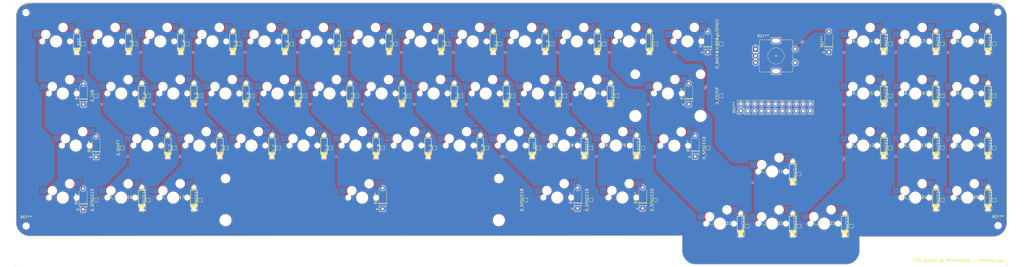
<source format=kicad_pcb>
(kicad_pcb (version 20221018) (generator pcbnew)
  (layers (0 "F.Cu" signal) (31 "B.Cu" signal) (34 "B.Paste" user) (35 "F.Paste" user) (36 "B.SilkS" user "B.Silkscreen") (37 "F.SilkS" user "F.Silkscreen") (38 "B.Mask" user) (39 "F.Mask" user) (44 "Edge.Cuts" user))
  (net 0 "")
  (net 1 "GND")
  (net 2 "VCC")
  (footprint "TestPoint:TestPoint_Pad_1.0x1.0mm" (layer "F.Cu") (at 167.87 238.12 90)
    (fp_text reference "D_SPACE16")
    (fp_text value "D")
  )
  (footprint "MX_Alps_Hybrid-master:hotswap with diode" (layer "F.Cu") (at 291.195 199.52)
    (fp_text reference "K_K")
    (fp_text value "KEYSW")
  )
  (footprint "Diode_THT:D_A-405_P7.62mm_Horizontal" (layer "F.Cu") (at 144.02 241.52 90)
    (fp_text reference "REF**")
    (fp_text value "D_A-405_P7.62mm_Horizontal")
  )
  (footprint "Diode_THT:D_A-405_P7.62mm_Horizontal" (layer "F.Cu") (at 148.78 222.41 90)
    (fp_text reference "REF**")
    (fp_text value "D_A-405_P7.62mm_Horizontal")
  )
  (footprint "TestPoint:TestPoint_Pad_1.0x1.0mm" (layer "F.Cu") (at 334.5575 180.97 90)
    (fp_text reference "D_P")
    (fp_text value "D")
  )
  (footprint "TestPoint:TestPoint_Pad_1.0x1.0mm" (layer "F.Cu") (at 386.945 247.645 90)
    (fp_text reference "D_SPACE21")
    (fp_text value "D")
  )
  (footprint "MX_Alps_Hybrid-master:hotswap with diode" (layer "F.Cu") (at 310.245 199.52)
    (fp_text reference "K_L")
    (fp_text value "KEYSW")
  )
  (footprint "TestPoint:TestPoint_Pad_1.0x1.0mm" (layer "F.Cu") (at 272.645 219.07 90)
    (fp_text reference "D_N")
    (fp_text value "D")
  )
  (footprint "TestPoint:TestPoint_Pad_1.0x1.0mm" (layer "F.Cu") (at 310.745 219.07 90)
    (fp_text reference "D_DOT")
    (fp_text value "D")
  )
  (footprint "TestPoint:TestPoint_Pad_1.0x1.0mm" (layer "F.Cu") (at 329.795 219.07 90)
    (fp_text reference "D_SPACE8")
    (fp_text value "D")
  )
  (footprint "MX_Alps_Hybrid-master:hotswap with diode" (layer "F.Cu") (at 448.3575 180.47)
    (fp_text reference "K_SPACE2")
    (fp_text value "KEYSW")
  )
  (footprint "TestPoint:TestPoint_Pad_1.0x1.0mm" (layer "F.Cu") (at 205.97 200.02 90)
    (fp_text reference "D_D")
    (fp_text value "D")
  )
  (footprint "TestPoint:TestPoint_Pad_1.0x1.0mm" (layer "F.Cu") (at 239.3075 180.97 90)
    (fp_text reference "D_T")
    (fp_text value "D")
  )
  (footprint "MX_Alps_Hybrid-master:hotswap with diode" (layer "F.Cu") (at 429.3075 218.57)
    (fp_text reference "K_SPACE12")
    (fp_text value "KEYSW")
  )
  (footprint "MX_Alps_Hybrid-master:hotswap with diode" (layer "F.Cu") (at 153.0825 180.47)
    (fp_text reference "K_Q")
    (fp_text value "KEYSW")
  )
  (footprint "MX_Alps_Hybrid-master:hotswap with diode" (layer "F.Cu") (at 172.1325 180.47)
    (fp_text reference "K_W")
    (fp_text value "KEYSW")
  )
  (footprint "Diode_THT:D_A-405_P7.62mm_Horizontal" (layer "F.Cu") (at 348.73 241.16 90)
    (fp_text reference "REF**")
    (fp_text value "D_A-405_P7.62mm_Horizontal")
  )
  (footprint "TestPoint:TestPoint_Pad_1.0x1.0mm" (layer "F.Cu") (at 372.6575 219.07 90)
    (fp_text reference "D_SPACE10")
    (fp_text value "D")
  )
  (footprint "MX_Alps_Hybrid-master:MXOnly-1.75U-Hotswap" (layer "F.Cu") (at 141.35 218.2)
    (fp_text reference "K_SHIFT")
    (fp_text value "KEYSW")
  )
  (footprint "MX_Alps_Hybrid-master:hotswap with diode" (layer "F.Cu") (at 157.845 237.62)
    (fp_text reference "K_SPACE16")
    (fp_text value "KEYSW")
  )
  (footprint "MX_Alps_Hybrid-master:hotswap with diode" (layer "F.Cu") (at 176.895 199.52)
    (fp_text reference "K_S")
    (fp_text value "KEYSW")
  )
  (footprint "TestPoint:TestPoint_Pad_1.0x1.0mm" (layer "F.Cu") (at 458.3825 219.07 90)
    (fp_text reference "D_SPACE13")
    (fp_text value "D")
  )
  (footprint "MX_Alps_Hybrid-master:hotswap with diode" (layer "F.Cu") (at 467.4075 237.62)
    (fp_text reference "K_SPACE25")
    (fp_text value "KEYSW")
  )
  (footprint "MX_Alps_Hybrid-master:hotswap with diode" (layer "F.Cu") (at 467.4075 199.52)
    (fp_text reference "K_SPACE7")
    (fp_text value "KEYSW")
  )
  (footprint "TestPoint:TestPoint_Pad_1.0x1.0mm" (layer "F.Cu") (at 282.17 200.02 90)
    (fp_text reference "D_J")
    (fp_text value "D")
  )
  (footprint "MX_Alps_Hybrid-master:MXOnly-1.25U-Hotswap" (layer "F.Cu") (at 365.11 180.06)
    (fp_text reference "K_BACK&lt;BR&gt;SPACE")
    (fp_text value "KEYSW")
  )
  (footprint "MX_Alps_Hybrid-master:hotswap with diode" (layer "F.Cu") (at 229.2825 180.47)
    (fp_text reference "K_T")
    (fp_text value "KEYSW")
  )
  (footprint "TestPoint:TestPoint_Pad_1.0x1.0mm" (layer "F.Cu") (at 234.545 219.07 90)
    (fp_text reference "D_V")
    (fp_text value "D")
  )
  (footprint "TestPoint:TestPoint_Pad_1.0x1.0mm" (layer "F.Cu") (at 215.495 219.07 90)
    (fp_text reference "D_C")
    (fp_text value "D")
  )
  (footprint "MX_Alps_Hybrid-master:hotswap with diode" (layer "F.Cu") (at 415.02 247.145)
    (fp_text reference "K_SPACE23")
    (fp_text value "KEYSW")
  )
  (footprint "TestPoint:TestPoint_Pad_1.0x1.0mm" (layer "F.Cu") (at 258.3575 180.97 90)
    (fp_text reference "D_Y")
    (fp_text value "D")
  )
  (footprint "TestPoint:TestPoint_Pad_1.0x1.0mm" (layer "F.Cu") (at 225.02 200.02 90)
    (fp_text reference "D_F")
    (fp_text value "D")
  )
  (footprint "TestPoint:TestPoint_Pad_1.0x1.0mm" (layer "F.Cu") (at 220.2575 180.97 90)
    (fp_text reference "D_R")
    (fp_text value "D")
  )
  (footprint "TestPoint:TestPoint_Pad_1.0x1.0mm" (layer "F.Cu") (at 377.42 200.02 90)
    (fp_text reference "D_ENTER")
    (fp_text value "D")
  )
  (footprint "TestPoint:TestPoint_Pad_1.0x1.0mm" (layer "F.Cu") (at 177.395 219.07 90)
    (fp_text reference "D_Z")
    (fp_text value "D")
  )
  (footprint "MX_Alps_Hybrid-master:hotswap with diode" (layer "F.Cu") (at 176.895 237.62)
    (fp_text reference "K_SPACE17")
    (fp_text value "KEYSW")
  )
  (footprint "MX_Alps_Hybrid-master:hotswap with diode" (layer "F.Cu") (at 343.5825 180.47)
    (fp_text reference "K_SPACE")
    (fp_text value "KEYSW")
  )
  (footprint "TestPoint:TestPoint_Pad_1.0x1.0mm" (layer "F.Cu") (at 477.4325 200.02 90)
    (fp_text reference "D_SPACE7")
    (fp_text value "D")
  )
  (footprint "MountingHole:MountingHole_2.2mm_M2" (layer "F.Cu") (at 478.77 247.48)
    (fp_text reference "REF**")
    (fp_text value "MountingHole_2.2mm_M2")
  )
  (footprint "TestPoint:TestPoint_Pad_1.0x1.0mm" (layer "F.Cu") (at 158.345 219.07 90)
    (fp_text reference "D_SHIFT")
    (fp_text value "D")
  )
  (footprint "MX_Alps_Hybrid-master:hotswap with diode" (layer "F.Cu") (at 262.62 218.57)
    (fp_text reference "K_N")
    (fp_text value "KEYSW")
  )
  (footprint "MX_Alps_Hybrid-master:MXOnly-1.25U-Hotswap" (layer "F.Cu") (at 360.29 218.25)
    (fp_text reference "K_SPACE10")
    (fp_text value "KEYSW")
  )
  (footprint "MX_Alps_Hybrid-master:hotswap with diode" (layer "F.Cu") (at 286.4325 180.47)
    (fp_text reference "K_I")
    (fp_text value "KEYSW")
  )
  (footprint "TestPoint:TestPoint_Pad_1.0x1.0mm" (layer "F.Cu") (at 315.5075 180.97 90)
    (fp_text reference "D_O")
    (fp_text value "D")
  )
  (footprint "MX_Alps_Hybrid-master:MXOnly-1.25U-Hotswap" (layer "F.Cu") (at 136.5875 199.15)
    (fp_text reference "K_TAB")
    (fp_text value "KEYSW")
  )
  (footprint "TestPoint:TestPoint_Pad_1.0x1.0mm" (layer "F.Cu") (at 163.1075 180.97 90)
    (fp_text reference "D_Q")
    (fp_text value "D")
  )
  (footprint "MX_Alps_Hybrid-master:hotswap with diode" (layer "F.Cu") (at 329.295 199.52)
    (fp_text reference "K_SPACE4")
    (fp_text value "KEYSW")
  )
  (footprint "TestPoint:TestPoint_Pad_1.0x1.0mm" (layer "F.Cu") (at 253.595 219.07 90)
    (fp_text reference "D_B")
    (fp_text value "D")
  )
  (footprint "MX_Alps_Hybrid-master:hotswap with diode" (layer "F.Cu") (at 395.97 228.095)
    (fp_text reference "K_SPACE11")
    (fp_text value "KEYSW")
  )
  (footprint "MX_Alps_Hybrid-master:MXOnly-6.25U-Hotswap" (layer "F.Cu") (at 246.125 237.25)
    (fp_text reference "K_SPACE18")
    (fp_text value "KEYSW")
  )
  (footprint "MountingHole:MountingHole_2.2mm_M2" (layer "F.Cu") (at 123.18 247.61)
    (fp_text reference "REF**")
    (fp_text value "MountingHole_2.2mm_M2")
  )
  (footprint "TestPoint:TestPoint_Pad_1.0x1.0mm" (layer "F.Cu") (at 477.4325 219.07 90)
    (fp_text reference "D_SPACE14")
    (fp_text value "D")
  )
  (footprint "MX_Alps_Hybrid-master:hotswap with diode" (layer "F.Cu") (at 338.82 218.57)
    (fp_text reference "K_SPACE9")
    (fp_text value "KEYSW")
  )
  (footprint "MX_Alps_Hybrid-master:hotswap with diode" (layer "F.Cu") (at 214.995 199.52)
    (fp_text reference "K_F")
    (fp_text value "KEYSW")
  )
  (footprint "MX_Alps_Hybrid-master:MXOnly-2U-Hotswap" (layer "F.Cu") (at 357.96625 199.11)
    (fp_text reference "K_ENTER")
    (fp_text value "KEYSW")
  )
  (footprint "Diode_THT:D_A-405_P7.62mm_Horizontal" (layer "F.Cu") (at 324.93 241.2 90)
    (fp_text reference "REF**")
    (fp_text value "D_A-405_P7.62mm_Horizontal")
  )
  (footprint "TestPoint:TestPoint_Pad_1.0x1.0mm" (layer "F.Cu") (at 320.27 200.02 90)
    (fp_text reference "D_L")
    (fp_text value "D")
  )
  (footprint "MX_Alps_Hybrid-master:hotswap with diode" (layer "F.Cu") (at 429.3075 180.47)
    (fp_text reference "K_SPACE1")
    (fp_text value "KEYSW")
  )
  (footprint "MX_Alps_Hybrid-master:hotswap with diode" (layer "F.Cu") (at 448.3575 218.57)
    (fp_text reference "K_SPACE13")
    (fp_text value "KEYSW")
  )
  (footprint "MX_Alps_Hybrid-master:hotswap with diode" (layer "F.Cu") (at 300.72 218.57)
    (fp_text reference "K_DOT")
    (fp_text value "KEYSW")
  )
  (footprint "TestPoint:TestPoint_Pad_1.0x1.0mm" (layer "F.Cu") (at 477.4325 238.12 90)
    (fp_text reference "D_SPACE25")
    (fp_text value "D")
  )
  (footprint "MX_Alps_Hybrid-master:hotswap with diode" (layer "F.Cu") (at 272.145 199.52)
    (fp_text reference "K_J")
    (fp_text value "KEYSW")
  )
  (footprint "MX_Alps_Hybrid-master:hotswap with diode" (layer "F.Cu") (at 186.42 218.57)
    (fp_text reference "K_X")
    (fp_text value "KEYSW")
  )
  (footprint "MX_Alps_Hybrid-master:hotswap with diode" (layer "F.Cu") (at 224.52 218.57)
    (fp_text reference "K_V")
    (fp_text value "KEYSW")
  )
  (footprint "Rotary_Encoder:RotaryEncoder_Alps_EC11E-Switch_Vertical_H20mm" (layer "F.Cu") (at 390.02 182.89)
    (fp_text reference "REF**")
    (fp_text value "RotaryEncoder_Alps_EC11E-Switch_Vertical_H20mm")
  )
  (footprint "MX_Alps_Hybrid-master:hotswap with diode" (layer "F.Cu") (at 210.2325 180.47)
    (fp_text reference "K_R")
    (fp_text value "KEYSW")
  )
  (footprint "Diode_THT:D_A-405_P7.62mm_Horizontal" (layer "F.Cu") (at 144.14 203.15 90)
    (fp_text reference "REF**")
    (fp_text value "D_A-405_P7.62mm_Horizontal")
  )
  (footprint "TestPoint:TestPoint_Pad_1.0x1.0mm" (layer "F.Cu") (at 458.3825 238.12 90)
    (fp_text reference "D_SPACE24")
    (fp_text value "D")
  )
  (footprint "MX_Alps_Hybrid-master:hotswap with diode" (layer "F.Cu") (at 248.3325 180.47)
    (fp_text reference "K_Y")
    (fp_text value "KEYSW")
  )
  (footprint "TestPoint:TestPoint_Pad_1.0x1.0mm" (layer "F.Cu") (at 196.445 219.07 90)
    (fp_text reference "D_X")
    (fp_text value "D")
  )
  (footprint "TestPoint:TestPoint_Pad_1.0x1.0mm" (layer "F.Cu") (at 329.795 238.12 90)
    (fp_text reference "D_SPACE19")
    (fp_text value "D")
  )
  (footprint "Diode_THT:D_A-405_P7.62mm_Horizontal" (layer "F.Cu") (at 365.58 203.07 90)
    (fp_text reference "REF**")
    (fp_text value "D_A-405_P7.62mm_Horizontal")
  )
  (footprint "MX_Alps_Hybrid-master:MXOnly-1.25U-Hotswap" (layer "F.Cu") (at 317.485 237.21)
    (fp_text reference "K_SPACE19")
    (fp_text value "KEYSW")
  )
  (footprint "TestPoint:TestPoint_Pad_1.0x1.0mm" (layer "F.Cu") (at 148.82 200.02 90)
    (fp_text reference "D_TAB")
    (fp_text value "D")
  )
  (footprint "TestPoint:TestPoint_Pad_1.0x1.0mm" (layer "F.Cu") (at 144.0575 180.97 90)
    (fp_text reference "D_ESC")
    (fp_text value "D")
  )
  (footprint "MX_Alps_Hybrid-master:hotswap with diode" (layer "F.Cu") (at 448.3575 199.52)
    (fp_text reference "K_SPACE6")
    (fp_text value "KEYSW")
  )
  (footprint "MX_Alps_Hybrid-master:hotswap with diode" (layer "F.Cu") (at 305.4825 180.47)
    (fp_text reference "K_O")
    (fp_text value "KEYSW")
  )
  (footprint "TestPoint:TestPoint_Pad_1.0x1.0mm" (layer "F.Cu") (at 439.3325 200.02 90)
    (fp_text reference "D_SPACE5")
    (fp_text value "D")
  )
  (footprint "Diode_THT:D_A-405_P7.62mm_Horizontal" (layer "F.Cu") (at 367.94 222.2 90)
    (fp_text reference "REF**")
    (fp_text value "D_A-405_P7.62mm_Horizontal")
  )
  (footprint "TestPoint:TestPoint_Pad_1.0x1.0mm" (layer "F.Cu") (at 301.22 200.02 90)
    (fp_text reference "D_K")
    (fp_text value "D")
  )
  (footprint "Connector_PinHeader_2.54mm:PinHeader_2x11_P2.54mm_Vertical" (layer "F.Cu") (at 384.61 205.5 90)
    (fp_text reference "REF**")
    (fp_text value "PinHeader_2x11_P2.54mm_Vertical")
  )
  (footprint "MX_Alps_Hybrid-master:hotswap with diode" (layer "F.Cu") (at 324.5325 180.47)
    (fp_text reference "K_P")
    (fp_text value "KEYSW")
  )
  (footprint "MX_Alps_Hybrid-master:hotswap with diode" (layer "F.Cu") (at 467.4075 218.57)
    (fp_text reference "K_SPACE14")
    (fp_text value "KEYSW")
  )
  (footprint "MountingHole:MountingHole_2.2mm_M2" (layer "F.Cu") (at 478.69 169.43)
    (fp_text reference "REF**")
    (fp_text value "MountingHole_2.2mm_M2")
  )
  (footprint "TestPoint:TestPoint_Pad_1.0x1.0mm" (layer "F.Cu") (at 477.4325 180.97 90)
    (fp_text reference "D_SPACE3")
    (fp_text value "D")
  )
  (footprint "MX_Alps_Hybrid-master:hotswap with diode" (layer "F.Cu") (at 395.97 247.145)
    (fp_text reference "K_SPACE22")
    (fp_text value "KEYSW")
  )
  (footprint "TestPoint:TestPoint_Pad_1.0x1.0mm" (layer "F.Cu") (at 405.995 247.645 90)
    (fp_text reference "D_SPACE22")
    (fp_text value "D")
  )
  (footprint "TestPoint:TestPoint_Pad_1.0x1.0mm" (layer "F.Cu") (at 439.3325 180.97 90)
    (fp_text reference "D_SPACE1")
    (fp_text value "D")
  )
  (footprint "MX_Alps_Hybrid-master:hotswap with diode" (layer "F.Cu") (at 376.92 247.145)
    (fp_text reference "K_SPACE21")
    (fp_text value "KEYSW")
  )
  (footprint "TestPoint:TestPoint_Pad_1.0x1.0mm" (layer "F.Cu") (at 148.82 238.12 90)
    (fp_text reference "D_SPACE15")
    (fp_text value "D")
  )
  (footprint "TestPoint:TestPoint_Pad_1.0x1.0mm" (layer "F.Cu") (at 339.32 200.02 90)
    (fp_text reference "D_SPACE4")
    (fp_text value "D")
  )
  (footprint "TestPoint:TestPoint_Pad_1.0x1.0mm" (layer "F.Cu") (at 263.12 200.02 90)
    (fp_text reference "D_H")
    (fp_text value "D")
  )
  (footprint "TestPoint:TestPoint_Pad_1.0x1.0mm" (layer "F.Cu") (at 425.045 247.645 90)
    (fp_text reference "D_SPACE23")
    (fp_text value "D")
  )
  (footprint "MX_Alps_Hybrid-master:hotswap with diode" (layer "F.Cu") (at 319.77 218.57)
    (fp_text reference "K_SPACE8")
    (fp_text value "KEYSW")
  )
  (footprint "MX_Alps_Hybrid-master:hotswap with diode" (layer "F.Cu") (at 467.4075 180.47)
    (fp_text reference "K_SPACE3")
    (fp_text value "KEYSW")
  )
  (footprint "TestPoint:TestPoint_Pad_1.0x1.0mm" (layer "F.Cu") (at 439.3325 219.07 90)
    (fp_text reference "D_SPACE12")
    (fp_text value "D")
  )
  (footprint "TestPoint:TestPoint_Pad_1.0x1.0mm" (layer "F.Cu") (at 353.6075 238.12 90)
    (fp_text reference "D_SPACE20")
    (fp_text value "D")
  )
  (footprint "MX_Alps_Hybrid-master:hotswap with diode" (layer "F.Cu") (at 234.045 199.52)
    (fp_text reference "K_G")
    (fp_text value "KEYSW")
  )
  (footprint "TestPoint:TestPoint_Pad_1.0x1.0mm" (layer "F.Cu") (at 377.42 180.97 90)
    (fp_text reference "D_BACK&lt;BR&gt;SPACE")
    (fp_text value "D")
  )
  (footprint "MX_Alps_Hybrid-master:hotswap with diode" (layer "F.Cu") (at 243.57 218.57)
    (fp_text reference "K_B")
    (fp_text value "KEYSW")
  )
  (footprint "MountingHole:MountingHole_2.2mm_M2" (layer "F.Cu") (at 123.1 169.56)
    (fp_text reference "REF**")
    (fp_text value "MountingHole_2.2mm_M2")
  )
  (footprint "MX_Alps_Hybrid-master:hotswap with diode" (layer "F.Cu") (at 167.37 218.57)
    (fp_text reference "K_Z")
    (fp_text value "KEYSW")
  )
  (footprint "TestPoint:TestPoint_Pad_1.0x1.0mm" (layer "F.Cu") (at 201.2075 180.97 90)
    (fp_text reference "D_E")
    (fp_text value "D")
  )
  (footprint "MX_Alps_Hybrid-master:hotswap with diode" (layer "F.Cu") (at 191.1825 180.47)
    (fp_text reference "K_E")
    (fp_text value "KEYSW")
  )
  (footprint "TestPoint:TestPoint_Pad_1.0x1.0mm" (layer "F.Cu") (at 277.4075 180.97 90)
    (fp_text reference "D_U")
    (fp_text value "D")
  )
  (footprint "MX_Alps_Hybrid-master:hotswap with diode" (layer "F.Cu") (at 205.47 218.57)
    (fp_text reference "K_C")
    (fp_text value "KEYSW")
  )
  (footprint "MX_Alps_Hybrid-master:hotswap with diode" (layer "F.Cu") (at 253.095 199.52)
    (fp_text reference "K_H")
    (fp_text value "KEYSW")
  )
  (footprint "MX_Alps_Hybrid-master:hotswap with diode" (layer "F.Cu") (at 134.0325 180.47)
    (fp_text reference "K_ESC")
    (fp_text value "KEYSW")
  )
  (footprint "MX_Alps_Hybrid-master:hotswap with diode" (layer "F.Cu") (at 429.3075 199.52)
    (fp_text reference "K_SPACE5")
    (fp_text value "KEYSW")
  )
  (footprint "TestPoint:TestPoint_Pad_1.0x1.0mm" (layer "F.Cu") (at 458.3825 180.97 90)
    (fp_text reference "D_SPACE2")
    (fp_text value "D")
  )
  (footprint "MX_Alps_Hybrid-master:hotswap with diode" (layer "F.Cu") (at 281.67 218.57)
    (fp_text reference "K_M")
    (fp_text value "KEYSW")
  )
  (footprint "MX_Alps_Hybrid-master:MXOnly-1.25U-Hotswap" (layer "F.Cu") (at 341.2975 237.21)
    (fp_text reference "K_SPACE20")
    (fp_text value "KEYSW")
  )
  (footprint "TestPoint:TestPoint_Pad_1.0x1.0mm" (layer "F.Cu") (at 186.92 200.02 90)
    (fp_text reference "D_S")
    (fp_text value "D")
  )
  (footprint "Diode_THT:D_A-405_P7.62mm_Horizontal" (layer "F.Cu") (at 253.59 241.34 90)
    (fp_text reference "REF**")
    (fp_text value "D_A-405_P7.62mm_Horizontal")
  )
  (footprint "MX_Alps_Hybrid-master:hotswap with diode" (layer "F.Cu") (at 157.845 199.52)
    (fp_text reference "K_A")
    (fp_text value "KEYSW")
  )
  (footprint "TestPoint:TestPoint_Pad_1.0x1.0mm" (layer "F.Cu") (at 296.4575 180.97 90)
    (fp_text reference "D_I")
    (fp_text value "D")
  )
  (footprint "Diode_THT:D_A-405_P7.62mm_Horizontal" (layer "F.Cu") (at 416.85 184.01 90)
    (fp_text reference "REF**")
    (fp_text value "D_A-405_P7.62mm_Horizontal")
  )
  (footprint "MX_Alps_Hybrid-master:hotswap with diode" (layer "F.Cu") (at 195.945 199.52)
    (fp_text reference "K_D")
    (fp_text value "KEYSW")
  )
  (footprint "TestPoint:TestPoint_Pad_1.0x1.0mm" (layer "F.Cu") (at 291.695 219.07 90)
    (fp_text reference "D_M")
    (fp_text value "D")
  )
  (footprint "TestPoint:TestPoint_Pad_1.0x1.0mm" (layer "F.Cu") (at 167.87 200.02 90)
    (fp_text reference "D_A")
    (fp_text value "D")
  )
  (footprint "TestPoint:TestPoint_Pad_1.0x1.0mm" (layer "F.Cu") (at 244.07 200.02 90)
    (fp_text reference "D_G")
    (fp_text value "D")
  )
  (footprint "TestPoint:TestPoint_Pad_1.0x1.0mm" (layer "F.Cu") (at 186.92 238.12 90)
    (fp_text reference "D_SPACE17")
    (fp_text value "D")
  )
  (footprint "TestPoint:TestPoint_Pad_1.0x1.0mm" (layer "F.Cu") (at 348.845 219.07 90)
    (fp_text reference "D_SPACE9")
    (fp_text value "D")
  )
  (footprint "MX_Alps_Hybrid-master:MXOnly-1.25U-Hotswap" (layer "F.Cu") (at 136.5875 237.25)
    (fp_text reference "K_SPACE15")
    (fp_text value "KEYSW")
  )
  (footprint "MX_Alps_Hybrid-master:hotswap with diode" (layer "F.Cu") (at 267.3825 180.47)
    (fp_text reference "K_U")
    (fp_text value "KEYSW")
  )
  (footprint "TestPoint:TestPoint_Pad_1.0x1.0mm" (layer "F.Cu") (at 405.995 228.595 90)
    (fp_text reference "D_SPACE11")
    (fp_text value "D")
  )
  (footprint "TestPoint:TestPoint_Pad_1.0x1.0mm" (layer "F.Cu") (at 353.6075 180.97 90)
    (fp_text reference "D_SPACE")
    (fp_text value "D")
  )
  (footprint "Diode_THT:D_A-405_P7.62mm_Horizontal" (layer "F.Cu") (at 372.54 184.03 90)
    (fp_text reference "REF**")
    (fp_text value "D_A-405_P7.62mm_Horizontal")
  )
  (footprint "TestPoint:TestPoint_Pad_1.0x1.0mm" (layer "F.Cu") (at 182.1575 180.97 90)
    (fp_text reference "D_W")
    (fp_text value "D")
  )
  (footprint "TestPoint:TestPoint_Pad_1.0x1.0mm" (layer "F.Cu") (at 458.3825 200.02 90)
    (fp_text reference "D_SPACE6")
    (fp_text value "D")
  )
  (footprint "MX_Alps_Hybrid-master:hotswap with diode" (layer "F.Cu") (at 448.3575 237.62)
    (fp_text reference "K_SPACE24")
    (fp_text value "KEYSW")
  )
  (footprint "TestPoint:TestPoint_Pad_1.0x1.0mm" (layer "F.Cu") (at 305.9825 238.12 90)
    (fp_text reference "D_SPACE18")
    (fp_text value "D")
  )
  (gr_arc (start 481.939562 246.500491) (mid 480.475579 250.03598) (end 476.940491 251.500928) (stroke (width 0.2)) (layer "Edge.Cuts"))
  (gr_line (start 119.50044 246.316482) (end 119.507061 170.944561) (stroke (width 0.2)) (layer "Edge.Cuts"))
  (gr_arc (start 124.503518 251.31692) (mid 120.965806 249.853403) (end 119.50044 246.316482) (stroke (width 0.2)) (layer "Edge.Cuts"))
  (gr_arc (start 428.095075 256.66585) (mid 426.632632 260.204303) (end 423.095847 261.670771) (stroke (width 0.2)) (layer "Edge.Cuts"))
  (gr_line (start 428.095075 256.66585) (end 428.09 251.51) (stroke (width 0.2)) (layer "Edge.Cuts"))
  (gr_arc (start 119.5075 165.945) (mid 119.5075 165.945) (end 119.5075 165.945) (stroke (width 0.2)) (layer "Edge.Cuts"))
  (gr_arc (start 119.5075 261.67) (mid 119.5075 261.67) (end 119.5075 261.67) (stroke (width 0.2)) (layer "Edge.Cuts"))
  (gr_arc (start 476.932938 165.945) (mid 480.468292 167.409325) (end 481.932938 170.944562) (stroke (width 0.2)) (layer "Edge.Cuts"))
  (gr_line (start 481.932938 170.944562) (end 481.939562 246.500491) (stroke (width 0.2)) (layer "Edge.Cuts"))
  (gr_line (start 124.507061 165.945) (end 476.932938 165.945) (stroke (width 0.2)) (layer "Edge.Cuts"))
  (gr_line (start 423.095847 261.670771) (end 368.19077 261.67923) (stroke (width 0.2)) (layer "Edge.Cuts"))
  (gr_arc (start 119.507061 170.944561) (mid 120.971682 167.409311) (end 124.507061 165.945) (stroke (width 0.2)) (layer "Edge.Cuts"))
  (gr_line (start 124.503518 251.31692) (end 363.19 251.17) (stroke (width 0.2)) (layer "Edge.Cuts"))
  (gr_line (start 363.19 251.17) (end 363.19 256.67923) (stroke (width 0.2)) (layer "Edge.Cuts"))
  (gr_arc (start 481.9325 261.67) (mid 481.9325 261.67) (end 481.9325 261.67) (stroke (width 0.2)) (layer "Edge.Cuts"))
  (gr_arc (start 368.19077 261.67923) (mid 364.654738 260.215036) (end 363.19 256.67923) (stroke (width 0.2)) (layer "Edge.Cuts"))
  (gr_line (start 428.09 251.51) (end 476.940491 251.500928) (stroke (width 0.2)) (layer "Edge.Cuts"))
  (gr_text "PCB Builder by MisterKeebs - mrkeebs.com" (at 481.4325 260.17) (layer "F.SilkS") (effects (font (size 1 1) (thickness 0.3)) (justify right)))
  (segment (start 392.18 176.37) (end 402.73 176.37) (width 0.2) (layer "F.Cu") (net 0))
  (segment (start 144.22 203.07) (end 144.14 203.15) (width 0.2) (layer "F.Cu") (net 0))
  (segment (start 381.63 184.03) (end 390.06 175.6) (width 0.25) (layer "F.Cu") (net 0))
  (segment (start 165.465 241.27) (end 144.27 241.27) (width 0.25) (layer "F.Cu") (net 0))
  (segment (start 475.0275 241.27) (end 455.9775 241.27) (width 0.25) (layer "F.Cu") (net 0))
  (segment (start 425.835 250.795) (end 435.36 241.27) (width 0.25) (layer "F.Cu") (net 0))
  (segment (start 414.74 184.12) (end 436.9275 184.12) (width 0.25) (layer "F.Cu") (net 0))
  (segment (start 378.41 190.24) (end 378.41 190.14) (width 0.2) (layer "F.Cu") (net 0))
  (segment (start 148.97 222.22) (end 148.78 222.41) (width 0.25) (layer "F.Cu") (net 0))
  (segment (start 414.11 188.46) (end 414.11 200.09) (width 0.2) (layer "F.Cu") (net 0))
  (segment (start 403.59 231.745) (end 413.585 231.745) (width 0.25) (layer "F.Cu") (net 0))
  (segment (start 414.11 200.09) (end 417.19 203.17) (width 0.2) (layer "F.Cu") (net 0))
  (segment (start 365.58 203.07) (end 378.41 190.24) (width 0.2) (layer "F.Cu") (net 0))
  (segment (start 365.58 203.07) (end 144.22 203.07) (width 0.2) (layer "F.Cu") (net 0))
  (segment (start 435.36 241.27) (end 455.9775 241.27) (width 0.25) (layer "F.Cu") (net 0))
  (segment (start 372.45 184.12) (end 372.54 184.03) (width 0.25) (layer "F.Cu") (net 0))
  (segment (start 144.27 241.27) (end 144.02 241.52) (width 0.25) (layer "F.Cu") (net 0))
  (segment (start 423.11 222.22) (end 436.9275 222.22) (width 0.25) (layer "F.Cu") (net 0))
  (segment (start 378.41 190.14) (end 392.18 176.37) (width 0.2) (layer "F.Cu") (net 0))
  (segment (start 422.64 250.795) (end 384.54 250.795) (width 0.25) (layer "F.Cu") (net 0))
  (segment (start 422.64 250.795) (end 425.835 250.795) (width 0.25) (layer "F.Cu") (net 0))
  (segment (start 357.28 241.27) (end 165.465 241.27) (width 0.25) (layer "F.Cu") (net 0))
  (segment (start 416.85 176.39) (end 416.71 176.25) (width 0.2) (layer "F.Cu") (net 0))
  (segment (start 436.9275 222.22) (end 475.0275 222.22) (width 0.25) (layer "F.Cu") (net 0))
  (segment (start 372.54 184.03) (end 381.63 184.03) (width 0.25) (layer "F.Cu") (net 0))
  (segment (start 411.35 184.01) (end 416.85 184.01) (width 0.25) (layer "F.Cu") (net 0))
  (segment (start 475.0275 203.17) (end 417.19 203.17) (width 0.25) (layer "F.Cu") (net 0))
  (segment (start 390.06 175.6) (end 402.94 175.6) (width 0.25) (layer "F.Cu") (net 0))
  (segment (start 174.99 222.22) (end 375.97 222.22) (width 0.25) (layer "F.Cu") (net 0))
  (segment (start 174.99 222.22) (end 148.97 222.22) (width 0.25) (layer "F.Cu") (net 0))
  (segment (start 375.97 222.22) (end 385.495 231.745) (width 0.25) (layer "F.Cu") (net 0))
  (segment (start 366.805 250.795) (end 357.28 241.27) (width 0.25) (layer "F.Cu") (net 0))
  (segment (start 385.495 231.745) (end 403.59 231.745) (width 0.25) (layer "F.Cu") (net 0))
  (segment (start 414.11 187.75) (end 414.11 188.46) (width 0.2) (layer "F.Cu") (net 0))
  (segment (start 144.1 203.17) (end 143.98 203.05) (width 0.25) (layer "F.Cu") (net 0))
  (segment (start 384.54 250.795) (end 366.805 250.795) (width 0.25) (layer "F.Cu") (net 0))
  (segment (start 413.585 231.745) (end 423.11 222.22) (width 0.25) (layer "F.Cu") (net 0))
  (segment (start 141.6525 184.12) (end 372.45 184.12) (width 0.25) (layer "F.Cu") (net 0))
  (segment (start 402.94 175.6) (end 411.35 184.01) (width 0.25) (layer "F.Cu") (net 0))
  (segment (start 436.9275 184.12) (end 475.0275 184.12) (width 0.25) (layer "F.Cu") (net 0))
  (segment (start 402.73 176.37) (end 414.11 187.75) (width 0.2) (layer "F.Cu") (net 0))
  (segment (start 411.02 176.39) (end 416.85 176.39) (width 0.2) (layer "B.Cu") (net 0))
  (segment (start 303.28 196.6) (end 303.28 206.125) (width 0.2) (layer "B.Cu") (net 0))
  (segment (start 265.18 206.125) (end 274.705 215.65) (width 0.2) (layer "B.Cu") (net 0))
  (segment (start 160.405 225.175) (end 150.88 234.7) (width 0.2) (layer "B.Cu") (net 0))
  (segment (start 331.855 215.65) (end 331.855 232.81875) (width 0.2) (layer "B.Cu") (net 0))
  (segment (start 298.5175 191.8375) (end 303.28 196.6) (width 0.2) (layer "B.Cu") (net 0))
  (segment (start 265.18 196.6) (end 265.18 206.125) (width 0.2) (layer "B.Cu") (net 0))
  (segment (start 374.7 218.33) (end 381.545 225.175) (width 0.2) (layer "B.Cu") (net 0))
  (segment (start 350.785 196.98) (end 350.785 213.64875) (width 0.2) (layer "B.Cu") (net 0))
  (segment (start 353.16625 227.43625) (end 369.955 244.225) (width 0.2) (layer "B.Cu") (net 0))
  (segment (start 381.545 225.175) (end 389.005 225.175) (width 0.2) (layer "B.Cu") (net 0))
  (segment (start 127.0675 194.71875) (end 129.32875 196.98) (width 0.2) (layer "B.Cu") (net 0))
  (segment (start 165.1675 177.55) (end 165.1675 191.8375) (width 0.2) (layer "B.Cu") (net 0))
  (segment (start 279.4675 191.8375) (end 284.23 196.6) (width 0.2) (layer "B.Cu") (net 0))
  (segment (start 293.755 215.65) (end 293.755 218.53125) (width 0.2) (layer "B.Cu") (net 0))
  (segment (start 284.23 206.125) (end 293.755 215.65) (width 0.2) (layer "B.Cu") (net 0))
  (segment (start 146.1175 177.55) (end 146.1175 191.8375) (width 0.2) (layer "B.Cu") (net 0))
  (segment (start 169.93 196.6) (end 169.93 206.125) (width 0.2) (layer "B.Cu") (net 0))
  (segment (start 203.2675 191.8375) (end 208.03 196.6) (width 0.2) (layer "B.Cu") (net 0))
  (segment (start 317.5675 191.8375) (end 322.33 196.6) (width 0.2) (layer "B.Cu") (net 0))
  (segment (start 369.97 187.8) (end 371.74 189.57) (width 0.2) (layer "B.Cu") (net 0))
  (segment (start 422.3425 177.55) (end 422.3425 229.9375) (width 0.2) (layer "B.Cu") (net 0))
  (segment (start 357.92875 177.93) (end 357.92875 181.50875) (width 0.2) (layer "B.Cu") (net 0))
  (segment (start 293.755 218.53125) (end 310.30375 235.08) (width 0.2) (layer "B.Cu") (net 0))
  (segment (start 246.13 206.125) (end 255.655 215.65) (width 0.2) (layer "B.Cu") (net 0))
  (segment (start 188.98 206.125) (end 198.505 215.65) (width 0.2) (layer "B.Cu") (net 0))
  (segment (start 236.605 215.65) (end 236.605 232.81875) (width 0.2) (layer "B.Cu") (net 0))
  (segment (start 284.23 196.6) (end 284.23 206.125) (width 0.2) (layer "B.Cu") (net 0))
  (segment (start 336.6175 189.9475) (end 343.65 196.98) (width 0.2) (layer "B.Cu") (net 0))
  (segment (start 331.855 232.81875) (end 334.11625 235.08) (width 0.2) (layer "B.Cu") (net 0))
  (segment (start 134.09125 216.03) (end 134.09125 230.3175) (width 0.2) (layer "B.Cu") (net 0))
  (segment (start 134.09125 230.3175) (end 129.32875 235.08) (width 0.2) (layer "B.Cu") (net 0))
  (segment (start 169.93 206.125) (end 179.455 215.65) (width 0.2) (layer "B.Cu") (net 0))
  (segment (start 184.2175 177.55) (end 184.2175 191.8375) (width 0.2) (layer "B.Cu") (net 0))
  (segment (start 241.3675 191.8375) (end 246.13 196.6) (width 0.2) (layer "B.Cu") (net 0))
  (segment (start 279.4675 177.55) (end 279.4675 191.8375) (width 0.2) (layer "B.Cu") (net 0))
  (segment (start 353.16625 216.03) (end 353.16625 227.43625) (width 0.2) (layer "B.Cu") (net 0))
  (segment (start 369.81 187.8) (end 369.97 187.8) (width 0.2) (layer "B.Cu") (net 0))
  (segment (start 179.455 225.175) (end 169.93 234.7) (width 0.2) (layer "B.Cu") (net 0))
  (segment (start 208.03 206.125) (end 217.555 215.65) (width 0.2) (layer "B.Cu") (net 0))
  (segment (start 222.3175 177.55) (end 222.3175 191.8375) (width 0.2) (layer "B.Cu") (net 0))
  (segment (start 208.03 196.6) (end 208.03 206.125) (width 0.2) (layer "B.Cu") (net 0))
  (segment (start 336.6175 177.55) (end 336.6175 189.9475) (width 0.2) (layer "B.Cu") (net 0))
  (segment (start 260.4175 191.8375) (end 265.18 196.6) (width 0.2) (layer "B.Cu") (net 0))
  (segment (start 322.33 206.125) (end 331.855 215.65) (width 0.2) (layer "B.Cu") (net 0))
  (segment (start 127.0675 177.55) (end 127.0675 194.71875) (width 0.2) (layer "B.Cu") (net 0))
  (segment (start 227.08 196.6) (end 227.08 206.125) (width 0.2) (layer "B.Cu") (net 0))
  (segment (start 129.5025 196.61) (end 129.5025 210.8975) (width 0.2) (layer "B.Cu") (net 0))
  (segment (start 303.28 206.125) (end 312.805 215.65) (width 0.2) (layer "B.Cu") (net 0))
  (segment (start 322.33 196.6) (end 322.33 206.125) (width 0.2) (layer "B.Cu") (net 0))
  (segment (start 374.7 207.88) (end 374.7 218.33) (width 0.2) (layer "B.Cu") (net 0))
  (segment (start 222.3175 191.8375) (end 227.08 196.6) (width 0.2) (layer "B.Cu") (net 0))
  (segment (start 179.455 215.65) (end 179.455 225.175) (width 0.2) (layer "B.Cu") (net 0))
  (segment (start 160.405 215.65) (end 160.405 225.175) (width 0.2) (layer "B.Cu") (net 0))
  (segment (start 317.5675 177.55) (end 317.5675 191.8375) (width 0.2) (layer "B.Cu") (net 0))
  (segment (start 184.2175 191.8375) (end 188.98 196.6) (width 0.2) (layer "B.Cu") (net 0))
  (segment (start 150.88 196.6) (end 150.88 206.125) (width 0.2) (layer "B.Cu") (net 0))
  (segment (start 460.4425 177.55) (end 460.4425 234.7) (width 0.2) (layer "B.Cu") (net 0))
  (segment (start 146.1175 191.8375) (end 150.88 196.6) (width 0.2) (layer "B.Cu") (net 0))
  (segment (start 422.3425 229.9375) (end 408.055 244.225) (width 0.2) (layer "B.Cu") (net 0))
  (segment (start 441.3925 177.55) (end 441.3925 234.7) (width 0.2) (layer "B.Cu") (net 0))
  (segment (start 364.22 187.8) (end 369.71 187.8) (width 0.2) (layer "B.Cu") (net 0))
  (segment (start 260.4175 177.55) (end 260.4175 191.8375) (width 0.2) (layer "B.Cu") (net 0))
  (segment (start 343.65 196.98) (end 350.785 196.98) (width 0.2) (layer "B.Cu") (net 0))
  (segment (start 298.5175 177.55) (end 298.5175 191.8375) (width 0.2) (layer "B.Cu") (net 0))
  (segment (start 165.1675 191.8375) (end 169.93 196.6) (width 0.2) (layer "B.Cu") (net 0))
  (segment (start 371.74 204.92) (end 374.7 207.88) (width 0.2) (layer "B.Cu") (net 0))
  (segment (start 241.3675 177.55) (end 241.3675 191.8375) (width 0.2) (layer "B.Cu") (net 0))
  (segment (start 404.52 182.89) (end 411.02 176.39) (width 0.2) (layer "B.Cu") (net 0))
  (segment (start 371.74 189.57) (end 371.74 204.92) (width 0.2) (layer "B.Cu") (net 0))
  (segment (start 357.92875 181.50875) (end 364.22 187.8) (width 0.2) (layer "B.Cu") (net 0))
  (segment (start 150.88 206.125) (end 160.405 215.65) (width 0.2) (layer "B.Cu") (net 0))
  (segment (start 389.005 225.175) (end 389.005 244.225) (width 0.2) (layer "B.Cu") (net 0))
  (segment (start 350.785 213.64875) (end 353.16625 216.03) (width 0.2) (layer "B.Cu") (net 0))
  (segment (start 129.32875 211.2675) (end 134.09125 216.03) (width 0.2) (layer "B.Cu") (net 0))
  (segment (start 246.13 196.6) (end 246.13 206.125) (width 0.2) (layer "B.Cu") (net 0))
  (segment (start 188.98 196.6) (end 188.98 206.125) (width 0.2) (layer "B.Cu") (net 0))
  (segment (start 227.08 206.125) (end 236.605 215.65) (width 0.2) (layer "B.Cu") (net 0))
  (segment (start 236.605 232.81875) (end 238.86625 235.08) (width 0.2) (layer "B.Cu") (net 0))
  (segment (start 203.2675 177.55) (end 203.2675 191.8375) (width 0.2) (layer "B.Cu") (net 0))
  (segment (start 369.71 187.8) (end 369.81 187.8) (width 0.2) (layer "B.Cu") (net 0))
  (zone (net 2) (net_name "VCC") (layer "F.Cu") (connect_pads yes (clearance 0.25)) (min_thickness 0.254) (fill yes (thermal_gap 0.508) (thermal_bridge_width 0.508))
    (polygon (pts (xy 118.5075 164.945) (xy 118.5075 262.67) (xy 482.9325 262.67) (xy 482.9325 164.945)))
  )
  (zone (net 1) (net_name "GND") (layer "B.Cu") (connect_pads yes (clearance 0.25)) (min_thickness 0.254) (fill yes (thermal_gap 0.508) (thermal_bridge_width 0.508))
    (polygon (pts (xy 118.5075 164.945) (xy 118.5075 262.67) (xy 482.9325 262.67) (xy 482.9325 164.945)))
  )
)
</source>
